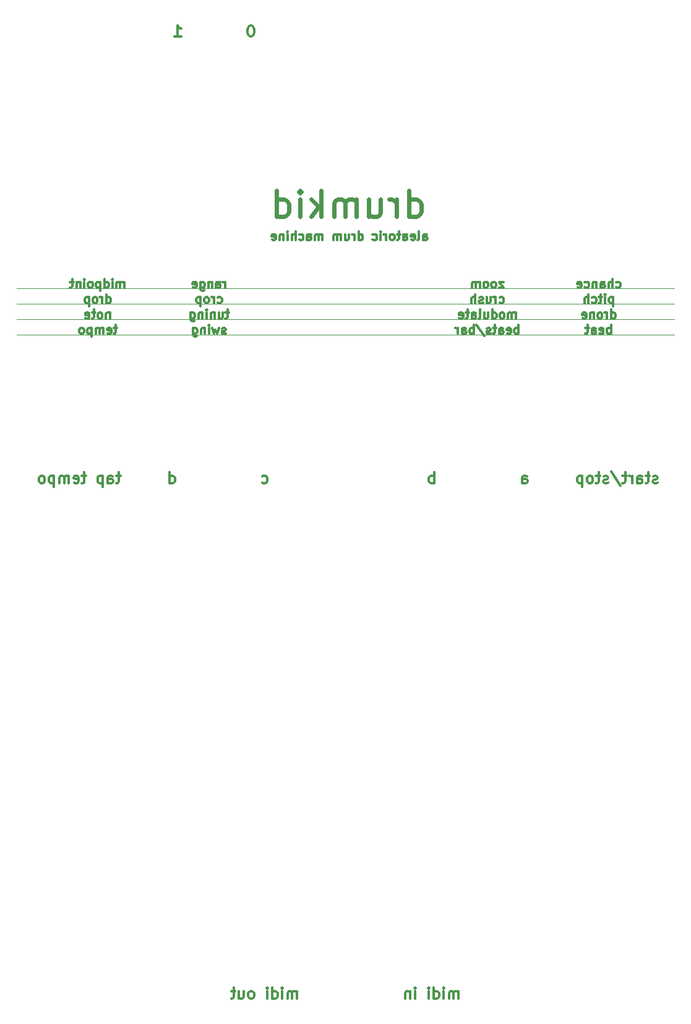
<source format=gbr>
G04 #@! TF.GenerationSoftware,KiCad,Pcbnew,(5.0.1)-3*
G04 #@! TF.CreationDate,2020-03-25T14:52:38+00:00*
G04 #@! TF.ProjectId,drumkid,6472756D6B69642E6B696361645F7063,rev?*
G04 #@! TF.SameCoordinates,Original*
G04 #@! TF.FileFunction,Legend,Bot*
G04 #@! TF.FilePolarity,Positive*
%FSLAX46Y46*%
G04 Gerber Fmt 4.6, Leading zero omitted, Abs format (unit mm)*
G04 Created by KiCad (PCBNEW (5.0.1)-3) date 25/03/2020 14:52:38*
%MOMM*%
%LPD*%
G01*
G04 APERTURE LIST*
%ADD10C,0.100000*%
%ADD11C,0.300000*%
%ADD12C,0.600000*%
G04 APERTURE END LIST*
D10*
X144932400Y-77470000D02*
X54991000Y-77470000D01*
X144932400Y-75387200D02*
X54991000Y-75387200D01*
X144932400Y-71170800D02*
X54991000Y-71170800D01*
X144932400Y-73279000D02*
X54965600Y-73279000D01*
D11*
X69640000Y-71052857D02*
X69640000Y-70252857D01*
X69640000Y-70367142D02*
X69582857Y-70310000D01*
X69468571Y-70252857D01*
X69297142Y-70252857D01*
X69182857Y-70310000D01*
X69125714Y-70424285D01*
X69125714Y-71052857D01*
X69125714Y-70424285D02*
X69068571Y-70310000D01*
X68954285Y-70252857D01*
X68782857Y-70252857D01*
X68668571Y-70310000D01*
X68611428Y-70424285D01*
X68611428Y-71052857D01*
X68040000Y-71052857D02*
X68040000Y-70252857D01*
X68040000Y-69852857D02*
X68097142Y-69910000D01*
X68040000Y-69967142D01*
X67982857Y-69910000D01*
X68040000Y-69852857D01*
X68040000Y-69967142D01*
X66954285Y-71052857D02*
X66954285Y-69852857D01*
X66954285Y-70995714D02*
X67068571Y-71052857D01*
X67297142Y-71052857D01*
X67411428Y-70995714D01*
X67468571Y-70938571D01*
X67525714Y-70824285D01*
X67525714Y-70481428D01*
X67468571Y-70367142D01*
X67411428Y-70310000D01*
X67297142Y-70252857D01*
X67068571Y-70252857D01*
X66954285Y-70310000D01*
X66382857Y-70252857D02*
X66382857Y-71452857D01*
X66382857Y-70310000D02*
X66268571Y-70252857D01*
X66040000Y-70252857D01*
X65925714Y-70310000D01*
X65868571Y-70367142D01*
X65811428Y-70481428D01*
X65811428Y-70824285D01*
X65868571Y-70938571D01*
X65925714Y-70995714D01*
X66040000Y-71052857D01*
X66268571Y-71052857D01*
X66382857Y-70995714D01*
X65125714Y-71052857D02*
X65240000Y-70995714D01*
X65297142Y-70938571D01*
X65354285Y-70824285D01*
X65354285Y-70481428D01*
X65297142Y-70367142D01*
X65240000Y-70310000D01*
X65125714Y-70252857D01*
X64954285Y-70252857D01*
X64840000Y-70310000D01*
X64782857Y-70367142D01*
X64725714Y-70481428D01*
X64725714Y-70824285D01*
X64782857Y-70938571D01*
X64840000Y-70995714D01*
X64954285Y-71052857D01*
X65125714Y-71052857D01*
X64211428Y-71052857D02*
X64211428Y-70252857D01*
X64211428Y-69852857D02*
X64268571Y-69910000D01*
X64211428Y-69967142D01*
X64154285Y-69910000D01*
X64211428Y-69852857D01*
X64211428Y-69967142D01*
X63640000Y-70252857D02*
X63640000Y-71052857D01*
X63640000Y-70367142D02*
X63582857Y-70310000D01*
X63468571Y-70252857D01*
X63297142Y-70252857D01*
X63182857Y-70310000D01*
X63125714Y-70424285D01*
X63125714Y-71052857D01*
X62725714Y-70252857D02*
X62268571Y-70252857D01*
X62554285Y-69852857D02*
X62554285Y-70881428D01*
X62497142Y-70995714D01*
X62382857Y-71052857D01*
X62268571Y-71052857D01*
X67240000Y-73152857D02*
X67240000Y-71952857D01*
X67240000Y-73095714D02*
X67354285Y-73152857D01*
X67582857Y-73152857D01*
X67697142Y-73095714D01*
X67754285Y-73038571D01*
X67811428Y-72924285D01*
X67811428Y-72581428D01*
X67754285Y-72467142D01*
X67697142Y-72410000D01*
X67582857Y-72352857D01*
X67354285Y-72352857D01*
X67240000Y-72410000D01*
X66668571Y-73152857D02*
X66668571Y-72352857D01*
X66668571Y-72581428D02*
X66611428Y-72467142D01*
X66554285Y-72410000D01*
X66440000Y-72352857D01*
X66325714Y-72352857D01*
X65754285Y-73152857D02*
X65868571Y-73095714D01*
X65925714Y-73038571D01*
X65982857Y-72924285D01*
X65982857Y-72581428D01*
X65925714Y-72467142D01*
X65868571Y-72410000D01*
X65754285Y-72352857D01*
X65582857Y-72352857D01*
X65468571Y-72410000D01*
X65411428Y-72467142D01*
X65354285Y-72581428D01*
X65354285Y-72924285D01*
X65411428Y-73038571D01*
X65468571Y-73095714D01*
X65582857Y-73152857D01*
X65754285Y-73152857D01*
X64840000Y-72352857D02*
X64840000Y-73552857D01*
X64840000Y-72410000D02*
X64725714Y-72352857D01*
X64497142Y-72352857D01*
X64382857Y-72410000D01*
X64325714Y-72467142D01*
X64268571Y-72581428D01*
X64268571Y-72924285D01*
X64325714Y-73038571D01*
X64382857Y-73095714D01*
X64497142Y-73152857D01*
X64725714Y-73152857D01*
X64840000Y-73095714D01*
X67697142Y-74452857D02*
X67697142Y-75252857D01*
X67697142Y-74567142D02*
X67640000Y-74510000D01*
X67525714Y-74452857D01*
X67354285Y-74452857D01*
X67240000Y-74510000D01*
X67182857Y-74624285D01*
X67182857Y-75252857D01*
X66440000Y-75252857D02*
X66554285Y-75195714D01*
X66611428Y-75138571D01*
X66668571Y-75024285D01*
X66668571Y-74681428D01*
X66611428Y-74567142D01*
X66554285Y-74510000D01*
X66440000Y-74452857D01*
X66268571Y-74452857D01*
X66154285Y-74510000D01*
X66097142Y-74567142D01*
X66040000Y-74681428D01*
X66040000Y-75024285D01*
X66097142Y-75138571D01*
X66154285Y-75195714D01*
X66268571Y-75252857D01*
X66440000Y-75252857D01*
X65697142Y-74452857D02*
X65240000Y-74452857D01*
X65525714Y-74052857D02*
X65525714Y-75081428D01*
X65468571Y-75195714D01*
X65354285Y-75252857D01*
X65240000Y-75252857D01*
X64382857Y-75195714D02*
X64497142Y-75252857D01*
X64725714Y-75252857D01*
X64840000Y-75195714D01*
X64897142Y-75081428D01*
X64897142Y-74624285D01*
X64840000Y-74510000D01*
X64725714Y-74452857D01*
X64497142Y-74452857D01*
X64382857Y-74510000D01*
X64325714Y-74624285D01*
X64325714Y-74738571D01*
X64897142Y-74852857D01*
X68668571Y-76552857D02*
X68211428Y-76552857D01*
X68497142Y-76152857D02*
X68497142Y-77181428D01*
X68440000Y-77295714D01*
X68325714Y-77352857D01*
X68211428Y-77352857D01*
X67354285Y-77295714D02*
X67468571Y-77352857D01*
X67697142Y-77352857D01*
X67811428Y-77295714D01*
X67868571Y-77181428D01*
X67868571Y-76724285D01*
X67811428Y-76610000D01*
X67697142Y-76552857D01*
X67468571Y-76552857D01*
X67354285Y-76610000D01*
X67297142Y-76724285D01*
X67297142Y-76838571D01*
X67868571Y-76952857D01*
X66782857Y-77352857D02*
X66782857Y-76552857D01*
X66782857Y-76667142D02*
X66725714Y-76610000D01*
X66611428Y-76552857D01*
X66440000Y-76552857D01*
X66325714Y-76610000D01*
X66268571Y-76724285D01*
X66268571Y-77352857D01*
X66268571Y-76724285D02*
X66211428Y-76610000D01*
X66097142Y-76552857D01*
X65925714Y-76552857D01*
X65811428Y-76610000D01*
X65754285Y-76724285D01*
X65754285Y-77352857D01*
X65182857Y-76552857D02*
X65182857Y-77752857D01*
X65182857Y-76610000D02*
X65068571Y-76552857D01*
X64840000Y-76552857D01*
X64725714Y-76610000D01*
X64668571Y-76667142D01*
X64611428Y-76781428D01*
X64611428Y-77124285D01*
X64668571Y-77238571D01*
X64725714Y-77295714D01*
X64840000Y-77352857D01*
X65068571Y-77352857D01*
X65182857Y-77295714D01*
X63925714Y-77352857D02*
X64040000Y-77295714D01*
X64097142Y-77238571D01*
X64154285Y-77124285D01*
X64154285Y-76781428D01*
X64097142Y-76667142D01*
X64040000Y-76610000D01*
X63925714Y-76552857D01*
X63754285Y-76552857D01*
X63640000Y-76610000D01*
X63582857Y-76667142D01*
X63525714Y-76781428D01*
X63525714Y-77124285D01*
X63582857Y-77238571D01*
X63640000Y-77295714D01*
X63754285Y-77352857D01*
X63925714Y-77352857D01*
X83508571Y-71052857D02*
X83508571Y-70252857D01*
X83508571Y-70481428D02*
X83451428Y-70367142D01*
X83394285Y-70310000D01*
X83280000Y-70252857D01*
X83165714Y-70252857D01*
X82251428Y-71052857D02*
X82251428Y-70424285D01*
X82308571Y-70310000D01*
X82422857Y-70252857D01*
X82651428Y-70252857D01*
X82765714Y-70310000D01*
X82251428Y-70995714D02*
X82365714Y-71052857D01*
X82651428Y-71052857D01*
X82765714Y-70995714D01*
X82822857Y-70881428D01*
X82822857Y-70767142D01*
X82765714Y-70652857D01*
X82651428Y-70595714D01*
X82365714Y-70595714D01*
X82251428Y-70538571D01*
X81680000Y-70252857D02*
X81680000Y-71052857D01*
X81680000Y-70367142D02*
X81622857Y-70310000D01*
X81508571Y-70252857D01*
X81337142Y-70252857D01*
X81222857Y-70310000D01*
X81165714Y-70424285D01*
X81165714Y-71052857D01*
X80080000Y-70252857D02*
X80080000Y-71224285D01*
X80137142Y-71338571D01*
X80194285Y-71395714D01*
X80308571Y-71452857D01*
X80480000Y-71452857D01*
X80594285Y-71395714D01*
X80080000Y-70995714D02*
X80194285Y-71052857D01*
X80422857Y-71052857D01*
X80537142Y-70995714D01*
X80594285Y-70938571D01*
X80651428Y-70824285D01*
X80651428Y-70481428D01*
X80594285Y-70367142D01*
X80537142Y-70310000D01*
X80422857Y-70252857D01*
X80194285Y-70252857D01*
X80080000Y-70310000D01*
X79051428Y-70995714D02*
X79165714Y-71052857D01*
X79394285Y-71052857D01*
X79508571Y-70995714D01*
X79565714Y-70881428D01*
X79565714Y-70424285D01*
X79508571Y-70310000D01*
X79394285Y-70252857D01*
X79165714Y-70252857D01*
X79051428Y-70310000D01*
X78994285Y-70424285D01*
X78994285Y-70538571D01*
X79565714Y-70652857D01*
X82451428Y-73095714D02*
X82565714Y-73152857D01*
X82794285Y-73152857D01*
X82908571Y-73095714D01*
X82965714Y-73038571D01*
X83022857Y-72924285D01*
X83022857Y-72581428D01*
X82965714Y-72467142D01*
X82908571Y-72410000D01*
X82794285Y-72352857D01*
X82565714Y-72352857D01*
X82451428Y-72410000D01*
X81937142Y-73152857D02*
X81937142Y-72352857D01*
X81937142Y-72581428D02*
X81880000Y-72467142D01*
X81822857Y-72410000D01*
X81708571Y-72352857D01*
X81594285Y-72352857D01*
X81022857Y-73152857D02*
X81137142Y-73095714D01*
X81194285Y-73038571D01*
X81251428Y-72924285D01*
X81251428Y-72581428D01*
X81194285Y-72467142D01*
X81137142Y-72410000D01*
X81022857Y-72352857D01*
X80851428Y-72352857D01*
X80737142Y-72410000D01*
X80680000Y-72467142D01*
X80622857Y-72581428D01*
X80622857Y-72924285D01*
X80680000Y-73038571D01*
X80737142Y-73095714D01*
X80851428Y-73152857D01*
X81022857Y-73152857D01*
X80108571Y-72352857D02*
X80108571Y-73552857D01*
X80108571Y-72410000D02*
X79994285Y-72352857D01*
X79765714Y-72352857D01*
X79651428Y-72410000D01*
X79594285Y-72467142D01*
X79537142Y-72581428D01*
X79537142Y-72924285D01*
X79594285Y-73038571D01*
X79651428Y-73095714D01*
X79765714Y-73152857D01*
X79994285Y-73152857D01*
X80108571Y-73095714D01*
X83965714Y-74452857D02*
X83508571Y-74452857D01*
X83794285Y-74052857D02*
X83794285Y-75081428D01*
X83737142Y-75195714D01*
X83622857Y-75252857D01*
X83508571Y-75252857D01*
X82594285Y-74452857D02*
X82594285Y-75252857D01*
X83108571Y-74452857D02*
X83108571Y-75081428D01*
X83051428Y-75195714D01*
X82937142Y-75252857D01*
X82765714Y-75252857D01*
X82651428Y-75195714D01*
X82594285Y-75138571D01*
X82022857Y-74452857D02*
X82022857Y-75252857D01*
X82022857Y-74567142D02*
X81965714Y-74510000D01*
X81851428Y-74452857D01*
X81680000Y-74452857D01*
X81565714Y-74510000D01*
X81508571Y-74624285D01*
X81508571Y-75252857D01*
X80937142Y-75252857D02*
X80937142Y-74452857D01*
X80937142Y-74052857D02*
X80994285Y-74110000D01*
X80937142Y-74167142D01*
X80880000Y-74110000D01*
X80937142Y-74052857D01*
X80937142Y-74167142D01*
X80365714Y-74452857D02*
X80365714Y-75252857D01*
X80365714Y-74567142D02*
X80308571Y-74510000D01*
X80194285Y-74452857D01*
X80022857Y-74452857D01*
X79908571Y-74510000D01*
X79851428Y-74624285D01*
X79851428Y-75252857D01*
X78765714Y-74452857D02*
X78765714Y-75424285D01*
X78822857Y-75538571D01*
X78880000Y-75595714D01*
X78994285Y-75652857D01*
X79165714Y-75652857D01*
X79280000Y-75595714D01*
X78765714Y-75195714D02*
X78880000Y-75252857D01*
X79108571Y-75252857D01*
X79222857Y-75195714D01*
X79280000Y-75138571D01*
X79337142Y-75024285D01*
X79337142Y-74681428D01*
X79280000Y-74567142D01*
X79222857Y-74510000D01*
X79108571Y-74452857D01*
X78880000Y-74452857D01*
X78765714Y-74510000D01*
X83537142Y-77295714D02*
X83422857Y-77352857D01*
X83194285Y-77352857D01*
X83080000Y-77295714D01*
X83022857Y-77181428D01*
X83022857Y-77124285D01*
X83080000Y-77010000D01*
X83194285Y-76952857D01*
X83365714Y-76952857D01*
X83480000Y-76895714D01*
X83537142Y-76781428D01*
X83537142Y-76724285D01*
X83480000Y-76610000D01*
X83365714Y-76552857D01*
X83194285Y-76552857D01*
X83080000Y-76610000D01*
X82622857Y-76552857D02*
X82394285Y-77352857D01*
X82165714Y-76781428D01*
X81937142Y-77352857D01*
X81708571Y-76552857D01*
X81251428Y-77352857D02*
X81251428Y-76552857D01*
X81251428Y-76152857D02*
X81308571Y-76210000D01*
X81251428Y-76267142D01*
X81194285Y-76210000D01*
X81251428Y-76152857D01*
X81251428Y-76267142D01*
X80680000Y-76552857D02*
X80680000Y-77352857D01*
X80680000Y-76667142D02*
X80622857Y-76610000D01*
X80508571Y-76552857D01*
X80337142Y-76552857D01*
X80222857Y-76610000D01*
X80165714Y-76724285D01*
X80165714Y-77352857D01*
X79080000Y-76552857D02*
X79080000Y-77524285D01*
X79137142Y-77638571D01*
X79194285Y-77695714D01*
X79308571Y-77752857D01*
X79480000Y-77752857D01*
X79594285Y-77695714D01*
X79080000Y-77295714D02*
X79194285Y-77352857D01*
X79422857Y-77352857D01*
X79537142Y-77295714D01*
X79594285Y-77238571D01*
X79651428Y-77124285D01*
X79651428Y-76781428D01*
X79594285Y-76667142D01*
X79537142Y-76610000D01*
X79422857Y-76552857D01*
X79194285Y-76552857D01*
X79080000Y-76610000D01*
X121580000Y-70252857D02*
X120951428Y-70252857D01*
X121580000Y-71052857D01*
X120951428Y-71052857D01*
X120322857Y-71052857D02*
X120437142Y-70995714D01*
X120494285Y-70938571D01*
X120551428Y-70824285D01*
X120551428Y-70481428D01*
X120494285Y-70367142D01*
X120437142Y-70310000D01*
X120322857Y-70252857D01*
X120151428Y-70252857D01*
X120037142Y-70310000D01*
X119980000Y-70367142D01*
X119922857Y-70481428D01*
X119922857Y-70824285D01*
X119980000Y-70938571D01*
X120037142Y-70995714D01*
X120151428Y-71052857D01*
X120322857Y-71052857D01*
X119237142Y-71052857D02*
X119351428Y-70995714D01*
X119408571Y-70938571D01*
X119465714Y-70824285D01*
X119465714Y-70481428D01*
X119408571Y-70367142D01*
X119351428Y-70310000D01*
X119237142Y-70252857D01*
X119065714Y-70252857D01*
X118951428Y-70310000D01*
X118894285Y-70367142D01*
X118837142Y-70481428D01*
X118837142Y-70824285D01*
X118894285Y-70938571D01*
X118951428Y-70995714D01*
X119065714Y-71052857D01*
X119237142Y-71052857D01*
X118322857Y-71052857D02*
X118322857Y-70252857D01*
X118322857Y-70367142D02*
X118265714Y-70310000D01*
X118151428Y-70252857D01*
X117980000Y-70252857D01*
X117865714Y-70310000D01*
X117808571Y-70424285D01*
X117808571Y-71052857D01*
X117808571Y-70424285D02*
X117751428Y-70310000D01*
X117637142Y-70252857D01*
X117465714Y-70252857D01*
X117351428Y-70310000D01*
X117294285Y-70424285D01*
X117294285Y-71052857D01*
X121037142Y-73095714D02*
X121151428Y-73152857D01*
X121380000Y-73152857D01*
X121494285Y-73095714D01*
X121551428Y-73038571D01*
X121608571Y-72924285D01*
X121608571Y-72581428D01*
X121551428Y-72467142D01*
X121494285Y-72410000D01*
X121380000Y-72352857D01*
X121151428Y-72352857D01*
X121037142Y-72410000D01*
X120522857Y-73152857D02*
X120522857Y-72352857D01*
X120522857Y-72581428D02*
X120465714Y-72467142D01*
X120408571Y-72410000D01*
X120294285Y-72352857D01*
X120180000Y-72352857D01*
X119265714Y-72352857D02*
X119265714Y-73152857D01*
X119780000Y-72352857D02*
X119780000Y-72981428D01*
X119722857Y-73095714D01*
X119608571Y-73152857D01*
X119437142Y-73152857D01*
X119322857Y-73095714D01*
X119265714Y-73038571D01*
X118751428Y-73095714D02*
X118637142Y-73152857D01*
X118408571Y-73152857D01*
X118294285Y-73095714D01*
X118237142Y-72981428D01*
X118237142Y-72924285D01*
X118294285Y-72810000D01*
X118408571Y-72752857D01*
X118580000Y-72752857D01*
X118694285Y-72695714D01*
X118751428Y-72581428D01*
X118751428Y-72524285D01*
X118694285Y-72410000D01*
X118580000Y-72352857D01*
X118408571Y-72352857D01*
X118294285Y-72410000D01*
X117722857Y-73152857D02*
X117722857Y-71952857D01*
X117208571Y-73152857D02*
X117208571Y-72524285D01*
X117265714Y-72410000D01*
X117380000Y-72352857D01*
X117551428Y-72352857D01*
X117665714Y-72410000D01*
X117722857Y-72467142D01*
X123237142Y-75252857D02*
X123237142Y-74452857D01*
X123237142Y-74567142D02*
X123180000Y-74510000D01*
X123065714Y-74452857D01*
X122894285Y-74452857D01*
X122780000Y-74510000D01*
X122722857Y-74624285D01*
X122722857Y-75252857D01*
X122722857Y-74624285D02*
X122665714Y-74510000D01*
X122551428Y-74452857D01*
X122380000Y-74452857D01*
X122265714Y-74510000D01*
X122208571Y-74624285D01*
X122208571Y-75252857D01*
X121465714Y-75252857D02*
X121580000Y-75195714D01*
X121637142Y-75138571D01*
X121694285Y-75024285D01*
X121694285Y-74681428D01*
X121637142Y-74567142D01*
X121580000Y-74510000D01*
X121465714Y-74452857D01*
X121294285Y-74452857D01*
X121180000Y-74510000D01*
X121122857Y-74567142D01*
X121065714Y-74681428D01*
X121065714Y-75024285D01*
X121122857Y-75138571D01*
X121180000Y-75195714D01*
X121294285Y-75252857D01*
X121465714Y-75252857D01*
X120037142Y-75252857D02*
X120037142Y-74052857D01*
X120037142Y-75195714D02*
X120151428Y-75252857D01*
X120380000Y-75252857D01*
X120494285Y-75195714D01*
X120551428Y-75138571D01*
X120608571Y-75024285D01*
X120608571Y-74681428D01*
X120551428Y-74567142D01*
X120494285Y-74510000D01*
X120380000Y-74452857D01*
X120151428Y-74452857D01*
X120037142Y-74510000D01*
X118951428Y-74452857D02*
X118951428Y-75252857D01*
X119465714Y-74452857D02*
X119465714Y-75081428D01*
X119408571Y-75195714D01*
X119294285Y-75252857D01*
X119122857Y-75252857D01*
X119008571Y-75195714D01*
X118951428Y-75138571D01*
X118208571Y-75252857D02*
X118322857Y-75195714D01*
X118380000Y-75081428D01*
X118380000Y-74052857D01*
X117237142Y-75252857D02*
X117237142Y-74624285D01*
X117294285Y-74510000D01*
X117408571Y-74452857D01*
X117637142Y-74452857D01*
X117751428Y-74510000D01*
X117237142Y-75195714D02*
X117351428Y-75252857D01*
X117637142Y-75252857D01*
X117751428Y-75195714D01*
X117808571Y-75081428D01*
X117808571Y-74967142D01*
X117751428Y-74852857D01*
X117637142Y-74795714D01*
X117351428Y-74795714D01*
X117237142Y-74738571D01*
X116837142Y-74452857D02*
X116380000Y-74452857D01*
X116665714Y-74052857D02*
X116665714Y-75081428D01*
X116608571Y-75195714D01*
X116494285Y-75252857D01*
X116380000Y-75252857D01*
X115522857Y-75195714D02*
X115637142Y-75252857D01*
X115865714Y-75252857D01*
X115980000Y-75195714D01*
X116037142Y-75081428D01*
X116037142Y-74624285D01*
X115980000Y-74510000D01*
X115865714Y-74452857D01*
X115637142Y-74452857D01*
X115522857Y-74510000D01*
X115465714Y-74624285D01*
X115465714Y-74738571D01*
X116037142Y-74852857D01*
X123608571Y-77352857D02*
X123608571Y-76152857D01*
X123608571Y-76610000D02*
X123494285Y-76552857D01*
X123265714Y-76552857D01*
X123151428Y-76610000D01*
X123094285Y-76667142D01*
X123037142Y-76781428D01*
X123037142Y-77124285D01*
X123094285Y-77238571D01*
X123151428Y-77295714D01*
X123265714Y-77352857D01*
X123494285Y-77352857D01*
X123608571Y-77295714D01*
X122065714Y-77295714D02*
X122180000Y-77352857D01*
X122408571Y-77352857D01*
X122522857Y-77295714D01*
X122580000Y-77181428D01*
X122580000Y-76724285D01*
X122522857Y-76610000D01*
X122408571Y-76552857D01*
X122180000Y-76552857D01*
X122065714Y-76610000D01*
X122008571Y-76724285D01*
X122008571Y-76838571D01*
X122580000Y-76952857D01*
X120980000Y-77352857D02*
X120980000Y-76724285D01*
X121037142Y-76610000D01*
X121151428Y-76552857D01*
X121380000Y-76552857D01*
X121494285Y-76610000D01*
X120980000Y-77295714D02*
X121094285Y-77352857D01*
X121380000Y-77352857D01*
X121494285Y-77295714D01*
X121551428Y-77181428D01*
X121551428Y-77067142D01*
X121494285Y-76952857D01*
X121380000Y-76895714D01*
X121094285Y-76895714D01*
X120980000Y-76838571D01*
X120580000Y-76552857D02*
X120122857Y-76552857D01*
X120408571Y-76152857D02*
X120408571Y-77181428D01*
X120351428Y-77295714D01*
X120237142Y-77352857D01*
X120122857Y-77352857D01*
X119780000Y-77295714D02*
X119665714Y-77352857D01*
X119437142Y-77352857D01*
X119322857Y-77295714D01*
X119265714Y-77181428D01*
X119265714Y-77124285D01*
X119322857Y-77010000D01*
X119437142Y-76952857D01*
X119608571Y-76952857D01*
X119722857Y-76895714D01*
X119780000Y-76781428D01*
X119780000Y-76724285D01*
X119722857Y-76610000D01*
X119608571Y-76552857D01*
X119437142Y-76552857D01*
X119322857Y-76610000D01*
X117894285Y-76095714D02*
X118922857Y-77638571D01*
X117494285Y-77352857D02*
X117494285Y-76152857D01*
X117494285Y-76610000D02*
X117380000Y-76552857D01*
X117151428Y-76552857D01*
X117037142Y-76610000D01*
X116980000Y-76667142D01*
X116922857Y-76781428D01*
X116922857Y-77124285D01*
X116980000Y-77238571D01*
X117037142Y-77295714D01*
X117151428Y-77352857D01*
X117380000Y-77352857D01*
X117494285Y-77295714D01*
X115894285Y-77352857D02*
X115894285Y-76724285D01*
X115951428Y-76610000D01*
X116065714Y-76552857D01*
X116294285Y-76552857D01*
X116408571Y-76610000D01*
X115894285Y-77295714D02*
X116008571Y-77352857D01*
X116294285Y-77352857D01*
X116408571Y-77295714D01*
X116465714Y-77181428D01*
X116465714Y-77067142D01*
X116408571Y-76952857D01*
X116294285Y-76895714D01*
X116008571Y-76895714D01*
X115894285Y-76838571D01*
X115322857Y-77352857D02*
X115322857Y-76552857D01*
X115322857Y-76781428D02*
X115265714Y-76667142D01*
X115208571Y-76610000D01*
X115094285Y-76552857D01*
X114980000Y-76552857D01*
X136991428Y-70995714D02*
X137105714Y-71052857D01*
X137334285Y-71052857D01*
X137448571Y-70995714D01*
X137505714Y-70938571D01*
X137562857Y-70824285D01*
X137562857Y-70481428D01*
X137505714Y-70367142D01*
X137448571Y-70310000D01*
X137334285Y-70252857D01*
X137105714Y-70252857D01*
X136991428Y-70310000D01*
X136477142Y-71052857D02*
X136477142Y-69852857D01*
X135962857Y-71052857D02*
X135962857Y-70424285D01*
X136020000Y-70310000D01*
X136134285Y-70252857D01*
X136305714Y-70252857D01*
X136420000Y-70310000D01*
X136477142Y-70367142D01*
X134877142Y-71052857D02*
X134877142Y-70424285D01*
X134934285Y-70310000D01*
X135048571Y-70252857D01*
X135277142Y-70252857D01*
X135391428Y-70310000D01*
X134877142Y-70995714D02*
X134991428Y-71052857D01*
X135277142Y-71052857D01*
X135391428Y-70995714D01*
X135448571Y-70881428D01*
X135448571Y-70767142D01*
X135391428Y-70652857D01*
X135277142Y-70595714D01*
X134991428Y-70595714D01*
X134877142Y-70538571D01*
X134305714Y-70252857D02*
X134305714Y-71052857D01*
X134305714Y-70367142D02*
X134248571Y-70310000D01*
X134134285Y-70252857D01*
X133962857Y-70252857D01*
X133848571Y-70310000D01*
X133791428Y-70424285D01*
X133791428Y-71052857D01*
X132705714Y-70995714D02*
X132820000Y-71052857D01*
X133048571Y-71052857D01*
X133162857Y-70995714D01*
X133220000Y-70938571D01*
X133277142Y-70824285D01*
X133277142Y-70481428D01*
X133220000Y-70367142D01*
X133162857Y-70310000D01*
X133048571Y-70252857D01*
X132820000Y-70252857D01*
X132705714Y-70310000D01*
X131734285Y-70995714D02*
X131848571Y-71052857D01*
X132077142Y-71052857D01*
X132191428Y-70995714D01*
X132248571Y-70881428D01*
X132248571Y-70424285D01*
X132191428Y-70310000D01*
X132077142Y-70252857D01*
X131848571Y-70252857D01*
X131734285Y-70310000D01*
X131677142Y-70424285D01*
X131677142Y-70538571D01*
X132248571Y-70652857D01*
X136562857Y-72352857D02*
X136562857Y-73552857D01*
X136562857Y-72410000D02*
X136448571Y-72352857D01*
X136220000Y-72352857D01*
X136105714Y-72410000D01*
X136048571Y-72467142D01*
X135991428Y-72581428D01*
X135991428Y-72924285D01*
X136048571Y-73038571D01*
X136105714Y-73095714D01*
X136220000Y-73152857D01*
X136448571Y-73152857D01*
X136562857Y-73095714D01*
X135477142Y-73152857D02*
X135477142Y-72352857D01*
X135477142Y-71952857D02*
X135534285Y-72010000D01*
X135477142Y-72067142D01*
X135420000Y-72010000D01*
X135477142Y-71952857D01*
X135477142Y-72067142D01*
X135077142Y-72352857D02*
X134620000Y-72352857D01*
X134905714Y-71952857D02*
X134905714Y-72981428D01*
X134848571Y-73095714D01*
X134734285Y-73152857D01*
X134620000Y-73152857D01*
X133705714Y-73095714D02*
X133820000Y-73152857D01*
X134048571Y-73152857D01*
X134162857Y-73095714D01*
X134220000Y-73038571D01*
X134277142Y-72924285D01*
X134277142Y-72581428D01*
X134220000Y-72467142D01*
X134162857Y-72410000D01*
X134048571Y-72352857D01*
X133820000Y-72352857D01*
X133705714Y-72410000D01*
X133191428Y-73152857D02*
X133191428Y-71952857D01*
X132677142Y-73152857D02*
X132677142Y-72524285D01*
X132734285Y-72410000D01*
X132848571Y-72352857D01*
X133020000Y-72352857D01*
X133134285Y-72410000D01*
X133191428Y-72467142D01*
X136334285Y-75252857D02*
X136334285Y-74052857D01*
X136334285Y-75195714D02*
X136448571Y-75252857D01*
X136677142Y-75252857D01*
X136791428Y-75195714D01*
X136848571Y-75138571D01*
X136905714Y-75024285D01*
X136905714Y-74681428D01*
X136848571Y-74567142D01*
X136791428Y-74510000D01*
X136677142Y-74452857D01*
X136448571Y-74452857D01*
X136334285Y-74510000D01*
X135762857Y-75252857D02*
X135762857Y-74452857D01*
X135762857Y-74681428D02*
X135705714Y-74567142D01*
X135648571Y-74510000D01*
X135534285Y-74452857D01*
X135420000Y-74452857D01*
X134848571Y-75252857D02*
X134962857Y-75195714D01*
X135020000Y-75138571D01*
X135077142Y-75024285D01*
X135077142Y-74681428D01*
X135020000Y-74567142D01*
X134962857Y-74510000D01*
X134848571Y-74452857D01*
X134677142Y-74452857D01*
X134562857Y-74510000D01*
X134505714Y-74567142D01*
X134448571Y-74681428D01*
X134448571Y-75024285D01*
X134505714Y-75138571D01*
X134562857Y-75195714D01*
X134677142Y-75252857D01*
X134848571Y-75252857D01*
X133934285Y-74452857D02*
X133934285Y-75252857D01*
X133934285Y-74567142D02*
X133877142Y-74510000D01*
X133762857Y-74452857D01*
X133591428Y-74452857D01*
X133477142Y-74510000D01*
X133420000Y-74624285D01*
X133420000Y-75252857D01*
X132391428Y-75195714D02*
X132505714Y-75252857D01*
X132734285Y-75252857D01*
X132848571Y-75195714D01*
X132905714Y-75081428D01*
X132905714Y-74624285D01*
X132848571Y-74510000D01*
X132734285Y-74452857D01*
X132505714Y-74452857D01*
X132391428Y-74510000D01*
X132334285Y-74624285D01*
X132334285Y-74738571D01*
X132905714Y-74852857D01*
X136277142Y-77352857D02*
X136277142Y-76152857D01*
X136277142Y-76610000D02*
X136162857Y-76552857D01*
X135934285Y-76552857D01*
X135820000Y-76610000D01*
X135762857Y-76667142D01*
X135705714Y-76781428D01*
X135705714Y-77124285D01*
X135762857Y-77238571D01*
X135820000Y-77295714D01*
X135934285Y-77352857D01*
X136162857Y-77352857D01*
X136277142Y-77295714D01*
X134734285Y-77295714D02*
X134848571Y-77352857D01*
X135077142Y-77352857D01*
X135191428Y-77295714D01*
X135248571Y-77181428D01*
X135248571Y-76724285D01*
X135191428Y-76610000D01*
X135077142Y-76552857D01*
X134848571Y-76552857D01*
X134734285Y-76610000D01*
X134677142Y-76724285D01*
X134677142Y-76838571D01*
X135248571Y-76952857D01*
X133648571Y-77352857D02*
X133648571Y-76724285D01*
X133705714Y-76610000D01*
X133820000Y-76552857D01*
X134048571Y-76552857D01*
X134162857Y-76610000D01*
X133648571Y-77295714D02*
X133762857Y-77352857D01*
X134048571Y-77352857D01*
X134162857Y-77295714D01*
X134220000Y-77181428D01*
X134220000Y-77067142D01*
X134162857Y-76952857D01*
X134048571Y-76895714D01*
X133762857Y-76895714D01*
X133648571Y-76838571D01*
X133248571Y-76552857D02*
X132791428Y-76552857D01*
X133077142Y-76152857D02*
X133077142Y-77181428D01*
X133020000Y-77295714D01*
X132905714Y-77352857D01*
X132791428Y-77352857D01*
D12*
X108644285Y-61318571D02*
X108644285Y-57718571D01*
X108644285Y-61147142D02*
X108987142Y-61318571D01*
X109672857Y-61318571D01*
X110015714Y-61147142D01*
X110187142Y-60975714D01*
X110358571Y-60632857D01*
X110358571Y-59604285D01*
X110187142Y-59261428D01*
X110015714Y-59090000D01*
X109672857Y-58918571D01*
X108987142Y-58918571D01*
X108644285Y-59090000D01*
X106930000Y-61318571D02*
X106930000Y-58918571D01*
X106930000Y-59604285D02*
X106758571Y-59261428D01*
X106587142Y-59090000D01*
X106244285Y-58918571D01*
X105901428Y-58918571D01*
X103158571Y-58918571D02*
X103158571Y-61318571D01*
X104701428Y-58918571D02*
X104701428Y-60804285D01*
X104530000Y-61147142D01*
X104187142Y-61318571D01*
X103672857Y-61318571D01*
X103330000Y-61147142D01*
X103158571Y-60975714D01*
X101444285Y-61318571D02*
X101444285Y-58918571D01*
X101444285Y-59261428D02*
X101272857Y-59090000D01*
X100930000Y-58918571D01*
X100415714Y-58918571D01*
X100072857Y-59090000D01*
X99901428Y-59432857D01*
X99901428Y-61318571D01*
X99901428Y-59432857D02*
X99730000Y-59090000D01*
X99387142Y-58918571D01*
X98872857Y-58918571D01*
X98530000Y-59090000D01*
X98358571Y-59432857D01*
X98358571Y-61318571D01*
X96644285Y-61318571D02*
X96644285Y-57718571D01*
X96301428Y-59947142D02*
X95272857Y-61318571D01*
X95272857Y-58918571D02*
X96644285Y-60290000D01*
X93730000Y-61318571D02*
X93730000Y-58918571D01*
X93730000Y-57718571D02*
X93901428Y-57890000D01*
X93730000Y-58061428D01*
X93558571Y-57890000D01*
X93730000Y-57718571D01*
X93730000Y-58061428D01*
X90472857Y-61318571D02*
X90472857Y-57718571D01*
X90472857Y-61147142D02*
X90815714Y-61318571D01*
X91501428Y-61318571D01*
X91844285Y-61147142D01*
X92015714Y-60975714D01*
X92187142Y-60632857D01*
X92187142Y-59604285D01*
X92015714Y-59261428D01*
X91844285Y-59090000D01*
X91501428Y-58918571D01*
X90815714Y-58918571D01*
X90472857Y-59090000D01*
D11*
X110585714Y-64542857D02*
X110585714Y-63914285D01*
X110642857Y-63800000D01*
X110757142Y-63742857D01*
X110985714Y-63742857D01*
X111100000Y-63800000D01*
X110585714Y-64485714D02*
X110700000Y-64542857D01*
X110985714Y-64542857D01*
X111100000Y-64485714D01*
X111157142Y-64371428D01*
X111157142Y-64257142D01*
X111100000Y-64142857D01*
X110985714Y-64085714D01*
X110700000Y-64085714D01*
X110585714Y-64028571D01*
X109842857Y-64542857D02*
X109957142Y-64485714D01*
X110014285Y-64371428D01*
X110014285Y-63342857D01*
X108928571Y-64485714D02*
X109042857Y-64542857D01*
X109271428Y-64542857D01*
X109385714Y-64485714D01*
X109442857Y-64371428D01*
X109442857Y-63914285D01*
X109385714Y-63800000D01*
X109271428Y-63742857D01*
X109042857Y-63742857D01*
X108928571Y-63800000D01*
X108871428Y-63914285D01*
X108871428Y-64028571D01*
X109442857Y-64142857D01*
X107842857Y-64542857D02*
X107842857Y-63914285D01*
X107900000Y-63800000D01*
X108014285Y-63742857D01*
X108242857Y-63742857D01*
X108357142Y-63800000D01*
X107842857Y-64485714D02*
X107957142Y-64542857D01*
X108242857Y-64542857D01*
X108357142Y-64485714D01*
X108414285Y-64371428D01*
X108414285Y-64257142D01*
X108357142Y-64142857D01*
X108242857Y-64085714D01*
X107957142Y-64085714D01*
X107842857Y-64028571D01*
X107442857Y-63742857D02*
X106985714Y-63742857D01*
X107271428Y-63342857D02*
X107271428Y-64371428D01*
X107214285Y-64485714D01*
X107100000Y-64542857D01*
X106985714Y-64542857D01*
X106414285Y-64542857D02*
X106528571Y-64485714D01*
X106585714Y-64428571D01*
X106642857Y-64314285D01*
X106642857Y-63971428D01*
X106585714Y-63857142D01*
X106528571Y-63800000D01*
X106414285Y-63742857D01*
X106242857Y-63742857D01*
X106128571Y-63800000D01*
X106071428Y-63857142D01*
X106014285Y-63971428D01*
X106014285Y-64314285D01*
X106071428Y-64428571D01*
X106128571Y-64485714D01*
X106242857Y-64542857D01*
X106414285Y-64542857D01*
X105500000Y-64542857D02*
X105500000Y-63742857D01*
X105500000Y-63971428D02*
X105442857Y-63857142D01*
X105385714Y-63800000D01*
X105271428Y-63742857D01*
X105157142Y-63742857D01*
X104757142Y-64542857D02*
X104757142Y-63742857D01*
X104757142Y-63342857D02*
X104814285Y-63400000D01*
X104757142Y-63457142D01*
X104700000Y-63400000D01*
X104757142Y-63342857D01*
X104757142Y-63457142D01*
X103671428Y-64485714D02*
X103785714Y-64542857D01*
X104014285Y-64542857D01*
X104128571Y-64485714D01*
X104185714Y-64428571D01*
X104242857Y-64314285D01*
X104242857Y-63971428D01*
X104185714Y-63857142D01*
X104128571Y-63800000D01*
X104014285Y-63742857D01*
X103785714Y-63742857D01*
X103671428Y-63800000D01*
X101728571Y-64542857D02*
X101728571Y-63342857D01*
X101728571Y-64485714D02*
X101842857Y-64542857D01*
X102071428Y-64542857D01*
X102185714Y-64485714D01*
X102242857Y-64428571D01*
X102300000Y-64314285D01*
X102300000Y-63971428D01*
X102242857Y-63857142D01*
X102185714Y-63800000D01*
X102071428Y-63742857D01*
X101842857Y-63742857D01*
X101728571Y-63800000D01*
X101157142Y-64542857D02*
X101157142Y-63742857D01*
X101157142Y-63971428D02*
X101100000Y-63857142D01*
X101042857Y-63800000D01*
X100928571Y-63742857D01*
X100814285Y-63742857D01*
X99900000Y-63742857D02*
X99900000Y-64542857D01*
X100414285Y-63742857D02*
X100414285Y-64371428D01*
X100357142Y-64485714D01*
X100242857Y-64542857D01*
X100071428Y-64542857D01*
X99957142Y-64485714D01*
X99900000Y-64428571D01*
X99328571Y-64542857D02*
X99328571Y-63742857D01*
X99328571Y-63857142D02*
X99271428Y-63800000D01*
X99157142Y-63742857D01*
X98985714Y-63742857D01*
X98871428Y-63800000D01*
X98814285Y-63914285D01*
X98814285Y-64542857D01*
X98814285Y-63914285D02*
X98757142Y-63800000D01*
X98642857Y-63742857D01*
X98471428Y-63742857D01*
X98357142Y-63800000D01*
X98300000Y-63914285D01*
X98300000Y-64542857D01*
X96814285Y-64542857D02*
X96814285Y-63742857D01*
X96814285Y-63857142D02*
X96757142Y-63800000D01*
X96642857Y-63742857D01*
X96471428Y-63742857D01*
X96357142Y-63800000D01*
X96300000Y-63914285D01*
X96300000Y-64542857D01*
X96300000Y-63914285D02*
X96242857Y-63800000D01*
X96128571Y-63742857D01*
X95957142Y-63742857D01*
X95842857Y-63800000D01*
X95785714Y-63914285D01*
X95785714Y-64542857D01*
X94700000Y-64542857D02*
X94700000Y-63914285D01*
X94757142Y-63800000D01*
X94871428Y-63742857D01*
X95100000Y-63742857D01*
X95214285Y-63800000D01*
X94700000Y-64485714D02*
X94814285Y-64542857D01*
X95100000Y-64542857D01*
X95214285Y-64485714D01*
X95271428Y-64371428D01*
X95271428Y-64257142D01*
X95214285Y-64142857D01*
X95100000Y-64085714D01*
X94814285Y-64085714D01*
X94700000Y-64028571D01*
X93614285Y-64485714D02*
X93728571Y-64542857D01*
X93957142Y-64542857D01*
X94071428Y-64485714D01*
X94128571Y-64428571D01*
X94185714Y-64314285D01*
X94185714Y-63971428D01*
X94128571Y-63857142D01*
X94071428Y-63800000D01*
X93957142Y-63742857D01*
X93728571Y-63742857D01*
X93614285Y-63800000D01*
X93100000Y-64542857D02*
X93100000Y-63342857D01*
X92585714Y-64542857D02*
X92585714Y-63914285D01*
X92642857Y-63800000D01*
X92757142Y-63742857D01*
X92928571Y-63742857D01*
X93042857Y-63800000D01*
X93100000Y-63857142D01*
X92014285Y-64542857D02*
X92014285Y-63742857D01*
X92014285Y-63342857D02*
X92071428Y-63400000D01*
X92014285Y-63457142D01*
X91957142Y-63400000D01*
X92014285Y-63342857D01*
X92014285Y-63457142D01*
X91442857Y-63742857D02*
X91442857Y-64542857D01*
X91442857Y-63857142D02*
X91385714Y-63800000D01*
X91271428Y-63742857D01*
X91100000Y-63742857D01*
X90985714Y-63800000D01*
X90928571Y-63914285D01*
X90928571Y-64542857D01*
X89900000Y-64485714D02*
X90014285Y-64542857D01*
X90242857Y-64542857D01*
X90357142Y-64485714D01*
X90414285Y-64371428D01*
X90414285Y-63914285D01*
X90357142Y-63800000D01*
X90242857Y-63742857D01*
X90014285Y-63742857D01*
X89900000Y-63800000D01*
X89842857Y-63914285D01*
X89842857Y-64028571D01*
X90414285Y-64142857D01*
X69142857Y-96798571D02*
X68571428Y-96798571D01*
X68928571Y-96298571D02*
X68928571Y-97584285D01*
X68857142Y-97727142D01*
X68714285Y-97798571D01*
X68571428Y-97798571D01*
X67428571Y-97798571D02*
X67428571Y-97012857D01*
X67500000Y-96870000D01*
X67642857Y-96798571D01*
X67928571Y-96798571D01*
X68071428Y-96870000D01*
X67428571Y-97727142D02*
X67571428Y-97798571D01*
X67928571Y-97798571D01*
X68071428Y-97727142D01*
X68142857Y-97584285D01*
X68142857Y-97441428D01*
X68071428Y-97298571D01*
X67928571Y-97227142D01*
X67571428Y-97227142D01*
X67428571Y-97155714D01*
X66714285Y-96798571D02*
X66714285Y-98298571D01*
X66714285Y-96870000D02*
X66571428Y-96798571D01*
X66285714Y-96798571D01*
X66142857Y-96870000D01*
X66071428Y-96941428D01*
X66000000Y-97084285D01*
X66000000Y-97512857D01*
X66071428Y-97655714D01*
X66142857Y-97727142D01*
X66285714Y-97798571D01*
X66571428Y-97798571D01*
X66714285Y-97727142D01*
X64428571Y-96798571D02*
X63857142Y-96798571D01*
X64214285Y-96298571D02*
X64214285Y-97584285D01*
X64142857Y-97727142D01*
X64000000Y-97798571D01*
X63857142Y-97798571D01*
X62785714Y-97727142D02*
X62928571Y-97798571D01*
X63214285Y-97798571D01*
X63357142Y-97727142D01*
X63428571Y-97584285D01*
X63428571Y-97012857D01*
X63357142Y-96870000D01*
X63214285Y-96798571D01*
X62928571Y-96798571D01*
X62785714Y-96870000D01*
X62714285Y-97012857D01*
X62714285Y-97155714D01*
X63428571Y-97298571D01*
X62071428Y-97798571D02*
X62071428Y-96798571D01*
X62071428Y-96941428D02*
X62000000Y-96870000D01*
X61857142Y-96798571D01*
X61642857Y-96798571D01*
X61500000Y-96870000D01*
X61428571Y-97012857D01*
X61428571Y-97798571D01*
X61428571Y-97012857D02*
X61357142Y-96870000D01*
X61214285Y-96798571D01*
X61000000Y-96798571D01*
X60857142Y-96870000D01*
X60785714Y-97012857D01*
X60785714Y-97798571D01*
X60071428Y-96798571D02*
X60071428Y-98298571D01*
X60071428Y-96870000D02*
X59928571Y-96798571D01*
X59642857Y-96798571D01*
X59500000Y-96870000D01*
X59428571Y-96941428D01*
X59357142Y-97084285D01*
X59357142Y-97512857D01*
X59428571Y-97655714D01*
X59500000Y-97727142D01*
X59642857Y-97798571D01*
X59928571Y-97798571D01*
X60071428Y-97727142D01*
X58500000Y-97798571D02*
X58642857Y-97727142D01*
X58714285Y-97655714D01*
X58785714Y-97512857D01*
X58785714Y-97084285D01*
X58714285Y-96941428D01*
X58642857Y-96870000D01*
X58500000Y-96798571D01*
X58285714Y-96798571D01*
X58142857Y-96870000D01*
X58071428Y-96941428D01*
X58000000Y-97084285D01*
X58000000Y-97512857D01*
X58071428Y-97655714D01*
X58142857Y-97727142D01*
X58285714Y-97798571D01*
X58500000Y-97798571D01*
X75878571Y-97798571D02*
X75878571Y-96298571D01*
X75878571Y-97727142D02*
X76021428Y-97798571D01*
X76307142Y-97798571D01*
X76450000Y-97727142D01*
X76521428Y-97655714D01*
X76592857Y-97512857D01*
X76592857Y-97084285D01*
X76521428Y-96941428D01*
X76450000Y-96870000D01*
X76307142Y-96798571D01*
X76021428Y-96798571D01*
X75878571Y-96870000D01*
X88542857Y-97727142D02*
X88685714Y-97798571D01*
X88971428Y-97798571D01*
X89114285Y-97727142D01*
X89185714Y-97655714D01*
X89257142Y-97512857D01*
X89257142Y-97084285D01*
X89185714Y-96941428D01*
X89114285Y-96870000D01*
X88971428Y-96798571D01*
X88685714Y-96798571D01*
X88542857Y-96870000D01*
X112081428Y-97798571D02*
X112081428Y-96298571D01*
X112081428Y-96870000D02*
X111938571Y-96798571D01*
X111652857Y-96798571D01*
X111510000Y-96870000D01*
X111438571Y-96941428D01*
X111367142Y-97084285D01*
X111367142Y-97512857D01*
X111438571Y-97655714D01*
X111510000Y-97727142D01*
X111652857Y-97798571D01*
X111938571Y-97798571D01*
X112081428Y-97727142D01*
X124138571Y-97798571D02*
X124138571Y-97012857D01*
X124210000Y-96870000D01*
X124352857Y-96798571D01*
X124638571Y-96798571D01*
X124781428Y-96870000D01*
X124138571Y-97727142D02*
X124281428Y-97798571D01*
X124638571Y-97798571D01*
X124781428Y-97727142D01*
X124852857Y-97584285D01*
X124852857Y-97441428D01*
X124781428Y-97298571D01*
X124638571Y-97227142D01*
X124281428Y-97227142D01*
X124138571Y-97155714D01*
X142660000Y-97727142D02*
X142517142Y-97798571D01*
X142231428Y-97798571D01*
X142088571Y-97727142D01*
X142017142Y-97584285D01*
X142017142Y-97512857D01*
X142088571Y-97370000D01*
X142231428Y-97298571D01*
X142445714Y-97298571D01*
X142588571Y-97227142D01*
X142660000Y-97084285D01*
X142660000Y-97012857D01*
X142588571Y-96870000D01*
X142445714Y-96798571D01*
X142231428Y-96798571D01*
X142088571Y-96870000D01*
X141588571Y-96798571D02*
X141017142Y-96798571D01*
X141374285Y-96298571D02*
X141374285Y-97584285D01*
X141302857Y-97727142D01*
X141160000Y-97798571D01*
X141017142Y-97798571D01*
X139874285Y-97798571D02*
X139874285Y-97012857D01*
X139945714Y-96870000D01*
X140088571Y-96798571D01*
X140374285Y-96798571D01*
X140517142Y-96870000D01*
X139874285Y-97727142D02*
X140017142Y-97798571D01*
X140374285Y-97798571D01*
X140517142Y-97727142D01*
X140588571Y-97584285D01*
X140588571Y-97441428D01*
X140517142Y-97298571D01*
X140374285Y-97227142D01*
X140017142Y-97227142D01*
X139874285Y-97155714D01*
X139160000Y-97798571D02*
X139160000Y-96798571D01*
X139160000Y-97084285D02*
X139088571Y-96941428D01*
X139017142Y-96870000D01*
X138874285Y-96798571D01*
X138731428Y-96798571D01*
X138445714Y-96798571D02*
X137874285Y-96798571D01*
X138231428Y-96298571D02*
X138231428Y-97584285D01*
X138160000Y-97727142D01*
X138017142Y-97798571D01*
X137874285Y-97798571D01*
X136302857Y-96227142D02*
X137588571Y-98155714D01*
X135874285Y-97727142D02*
X135731428Y-97798571D01*
X135445714Y-97798571D01*
X135302857Y-97727142D01*
X135231428Y-97584285D01*
X135231428Y-97512857D01*
X135302857Y-97370000D01*
X135445714Y-97298571D01*
X135660000Y-97298571D01*
X135802857Y-97227142D01*
X135874285Y-97084285D01*
X135874285Y-97012857D01*
X135802857Y-96870000D01*
X135660000Y-96798571D01*
X135445714Y-96798571D01*
X135302857Y-96870000D01*
X134802857Y-96798571D02*
X134231428Y-96798571D01*
X134588571Y-96298571D02*
X134588571Y-97584285D01*
X134517142Y-97727142D01*
X134374285Y-97798571D01*
X134231428Y-97798571D01*
X133517142Y-97798571D02*
X133660000Y-97727142D01*
X133731428Y-97655714D01*
X133802857Y-97512857D01*
X133802857Y-97084285D01*
X133731428Y-96941428D01*
X133660000Y-96870000D01*
X133517142Y-96798571D01*
X133302857Y-96798571D01*
X133160000Y-96870000D01*
X133088571Y-96941428D01*
X133017142Y-97084285D01*
X133017142Y-97512857D01*
X133088571Y-97655714D01*
X133160000Y-97727142D01*
X133302857Y-97798571D01*
X133517142Y-97798571D01*
X132374285Y-96798571D02*
X132374285Y-98298571D01*
X132374285Y-96870000D02*
X132231428Y-96798571D01*
X131945714Y-96798571D01*
X131802857Y-96870000D01*
X131731428Y-96941428D01*
X131660000Y-97084285D01*
X131660000Y-97512857D01*
X131731428Y-97655714D01*
X131802857Y-97727142D01*
X131945714Y-97798571D01*
X132231428Y-97798571D01*
X132374285Y-97727142D01*
X76571428Y-36678571D02*
X77428571Y-36678571D01*
X77000000Y-36678571D02*
X77000000Y-35178571D01*
X77142857Y-35392857D01*
X77285714Y-35535714D01*
X77428571Y-35607142D01*
X87071428Y-35178571D02*
X86928571Y-35178571D01*
X86785714Y-35250000D01*
X86714285Y-35321428D01*
X86642857Y-35464285D01*
X86571428Y-35750000D01*
X86571428Y-36107142D01*
X86642857Y-36392857D01*
X86714285Y-36535714D01*
X86785714Y-36607142D01*
X86928571Y-36678571D01*
X87071428Y-36678571D01*
X87214285Y-36607142D01*
X87285714Y-36535714D01*
X87357142Y-36392857D01*
X87428571Y-36107142D01*
X87428571Y-35750000D01*
X87357142Y-35464285D01*
X87285714Y-35321428D01*
X87214285Y-35250000D01*
X87071428Y-35178571D01*
X93292857Y-168318571D02*
X93292857Y-167318571D01*
X93292857Y-167461428D02*
X93221428Y-167390000D01*
X93078571Y-167318571D01*
X92864285Y-167318571D01*
X92721428Y-167390000D01*
X92650000Y-167532857D01*
X92650000Y-168318571D01*
X92650000Y-167532857D02*
X92578571Y-167390000D01*
X92435714Y-167318571D01*
X92221428Y-167318571D01*
X92078571Y-167390000D01*
X92007142Y-167532857D01*
X92007142Y-168318571D01*
X91292857Y-168318571D02*
X91292857Y-167318571D01*
X91292857Y-166818571D02*
X91364285Y-166890000D01*
X91292857Y-166961428D01*
X91221428Y-166890000D01*
X91292857Y-166818571D01*
X91292857Y-166961428D01*
X89935714Y-168318571D02*
X89935714Y-166818571D01*
X89935714Y-168247142D02*
X90078571Y-168318571D01*
X90364285Y-168318571D01*
X90507142Y-168247142D01*
X90578571Y-168175714D01*
X90650000Y-168032857D01*
X90650000Y-167604285D01*
X90578571Y-167461428D01*
X90507142Y-167390000D01*
X90364285Y-167318571D01*
X90078571Y-167318571D01*
X89935714Y-167390000D01*
X89221428Y-168318571D02*
X89221428Y-167318571D01*
X89221428Y-166818571D02*
X89292857Y-166890000D01*
X89221428Y-166961428D01*
X89150000Y-166890000D01*
X89221428Y-166818571D01*
X89221428Y-166961428D01*
X87150000Y-168318571D02*
X87292857Y-168247142D01*
X87364285Y-168175714D01*
X87435714Y-168032857D01*
X87435714Y-167604285D01*
X87364285Y-167461428D01*
X87292857Y-167390000D01*
X87150000Y-167318571D01*
X86935714Y-167318571D01*
X86792857Y-167390000D01*
X86721428Y-167461428D01*
X86650000Y-167604285D01*
X86650000Y-168032857D01*
X86721428Y-168175714D01*
X86792857Y-168247142D01*
X86935714Y-168318571D01*
X87150000Y-168318571D01*
X85364285Y-167318571D02*
X85364285Y-168318571D01*
X86007142Y-167318571D02*
X86007142Y-168104285D01*
X85935714Y-168247142D01*
X85792857Y-168318571D01*
X85578571Y-168318571D01*
X85435714Y-168247142D01*
X85364285Y-168175714D01*
X84864285Y-167318571D02*
X84292857Y-167318571D01*
X84650000Y-166818571D02*
X84650000Y-168104285D01*
X84578571Y-168247142D01*
X84435714Y-168318571D01*
X84292857Y-168318571D01*
X115402857Y-168318571D02*
X115402857Y-167318571D01*
X115402857Y-167461428D02*
X115331428Y-167390000D01*
X115188571Y-167318571D01*
X114974285Y-167318571D01*
X114831428Y-167390000D01*
X114760000Y-167532857D01*
X114760000Y-168318571D01*
X114760000Y-167532857D02*
X114688571Y-167390000D01*
X114545714Y-167318571D01*
X114331428Y-167318571D01*
X114188571Y-167390000D01*
X114117142Y-167532857D01*
X114117142Y-168318571D01*
X113402857Y-168318571D02*
X113402857Y-167318571D01*
X113402857Y-166818571D02*
X113474285Y-166890000D01*
X113402857Y-166961428D01*
X113331428Y-166890000D01*
X113402857Y-166818571D01*
X113402857Y-166961428D01*
X112045714Y-168318571D02*
X112045714Y-166818571D01*
X112045714Y-168247142D02*
X112188571Y-168318571D01*
X112474285Y-168318571D01*
X112617142Y-168247142D01*
X112688571Y-168175714D01*
X112760000Y-168032857D01*
X112760000Y-167604285D01*
X112688571Y-167461428D01*
X112617142Y-167390000D01*
X112474285Y-167318571D01*
X112188571Y-167318571D01*
X112045714Y-167390000D01*
X111331428Y-168318571D02*
X111331428Y-167318571D01*
X111331428Y-166818571D02*
X111402857Y-166890000D01*
X111331428Y-166961428D01*
X111260000Y-166890000D01*
X111331428Y-166818571D01*
X111331428Y-166961428D01*
X109474285Y-168318571D02*
X109474285Y-167318571D01*
X109474285Y-166818571D02*
X109545714Y-166890000D01*
X109474285Y-166961428D01*
X109402857Y-166890000D01*
X109474285Y-166818571D01*
X109474285Y-166961428D01*
X108760000Y-167318571D02*
X108760000Y-168318571D01*
X108760000Y-167461428D02*
X108688571Y-167390000D01*
X108545714Y-167318571D01*
X108331428Y-167318571D01*
X108188571Y-167390000D01*
X108117142Y-167532857D01*
X108117142Y-168318571D01*
M02*

</source>
